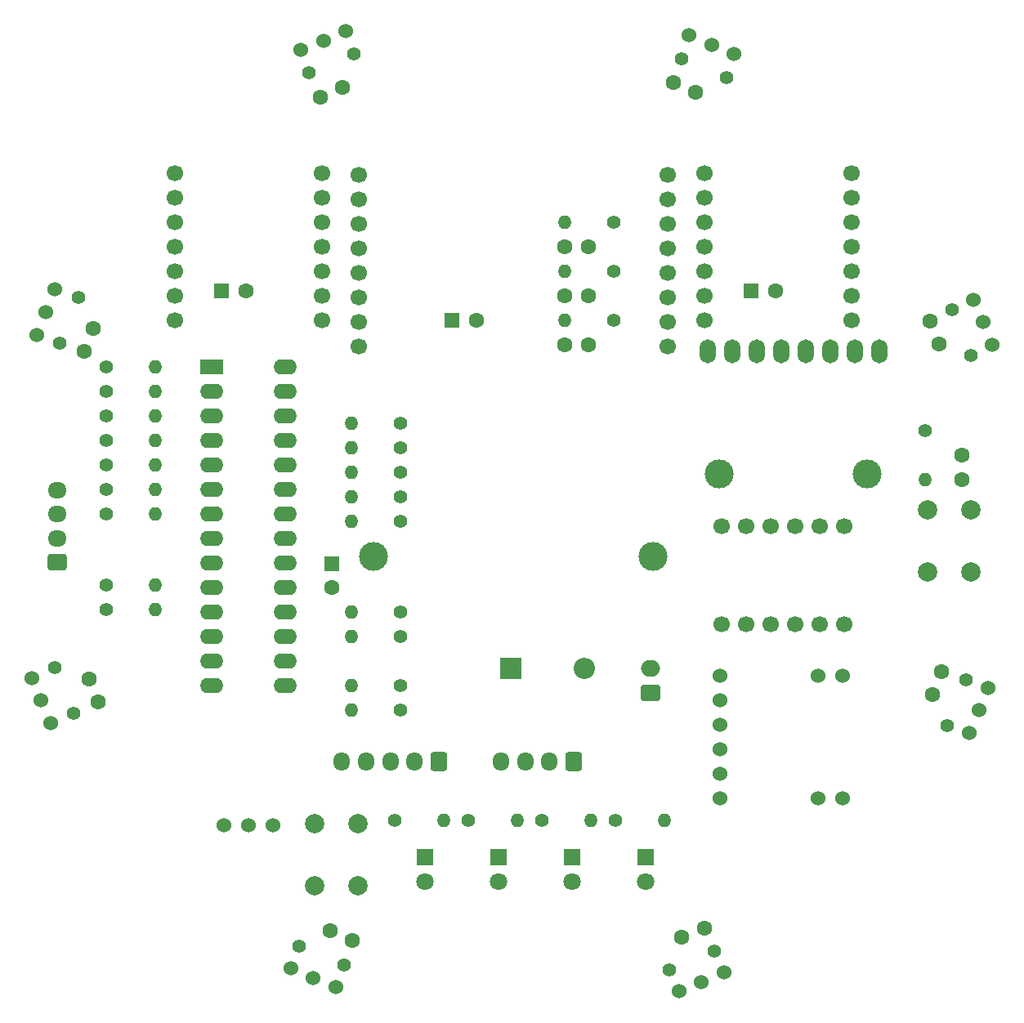
<source format=gbr>
G04 #@! TF.GenerationSoftware,KiCad,Pcbnew,(6.0.5)*
G04 #@! TF.CreationDate,2022-07-10T22:39:27+09:00*
G04 #@! TF.ProjectId,main board,6d61696e-2062-46f6-9172-642e6b696361,rev?*
G04 #@! TF.SameCoordinates,Original*
G04 #@! TF.FileFunction,Soldermask,Bot*
G04 #@! TF.FilePolarity,Negative*
%FSLAX46Y46*%
G04 Gerber Fmt 4.6, Leading zero omitted, Abs format (unit mm)*
G04 Created by KiCad (PCBNEW (6.0.5)) date 2022-07-10 22:39:27*
%MOMM*%
%LPD*%
G01*
G04 APERTURE LIST*
G04 Aperture macros list*
%AMRoundRect*
0 Rectangle with rounded corners*
0 $1 Rounding radius*
0 $2 $3 $4 $5 $6 $7 $8 $9 X,Y pos of 4 corners*
0 Add a 4 corners polygon primitive as box body*
4,1,4,$2,$3,$4,$5,$6,$7,$8,$9,$2,$3,0*
0 Add four circle primitives for the rounded corners*
1,1,$1+$1,$2,$3*
1,1,$1+$1,$4,$5*
1,1,$1+$1,$6,$7*
1,1,$1+$1,$8,$9*
0 Add four rect primitives between the rounded corners*
20,1,$1+$1,$2,$3,$4,$5,0*
20,1,$1+$1,$4,$5,$6,$7,0*
20,1,$1+$1,$6,$7,$8,$9,0*
20,1,$1+$1,$8,$9,$2,$3,0*%
%AMHorizOval*
0 Thick line with rounded ends*
0 $1 width*
0 $2 $3 position (X,Y) of the first rounded end (center of the circle)*
0 $4 $5 position (X,Y) of the second rounded end (center of the circle)*
0 Add line between two ends*
20,1,$1,$2,$3,$4,$5,0*
0 Add two circle primitives to create the rounded ends*
1,1,$1,$2,$3*
1,1,$1,$4,$5*%
G04 Aperture macros list end*
%ADD10C,1.400000*%
%ADD11O,1.400000X1.400000*%
%ADD12C,1.600000*%
%ADD13HorizOval,1.400000X0.000000X0.000000X0.000000X0.000000X0*%
%ADD14C,2.000000*%
%ADD15HorizOval,1.400000X0.000000X0.000000X0.000000X0.000000X0*%
%ADD16R,1.800000X1.800000*%
%ADD17C,1.800000*%
%ADD18R,2.400000X1.600000*%
%ADD19O,2.400000X1.600000*%
%ADD20O,2.200000X2.200000*%
%ADD21R,2.200000X2.200000*%
%ADD22R,1.600000X1.600000*%
%ADD23C,1.524000*%
%ADD24C,1.700000*%
%ADD25HorizOval,1.400000X0.000000X0.000000X0.000000X0.000000X0*%
%ADD26HorizOval,1.400000X0.000000X0.000000X0.000000X0.000000X0*%
%ADD27C,3.000000*%
%ADD28O,1.700000X2.500000*%
%ADD29RoundRect,0.250000X0.600000X0.725000X-0.600000X0.725000X-0.600000X-0.725000X0.600000X-0.725000X0*%
%ADD30O,1.700000X1.950000*%
%ADD31RoundRect,0.250000X0.750000X-0.600000X0.750000X0.600000X-0.750000X0.600000X-0.750000X-0.600000X0*%
%ADD32O,2.000000X1.700000*%
%ADD33RoundRect,0.250000X0.725000X-0.600000X0.725000X0.600000X-0.725000X0.600000X-0.725000X-0.600000X0*%
%ADD34O,1.950000X1.700000*%
G04 APERTURE END LIST*
D10*
X143764000Y-108966000D03*
D11*
X143764000Y-114046000D03*
D12*
X106446000Y-89916000D03*
X108946000Y-89916000D03*
D10*
X78933346Y-162349984D03*
D13*
X83626654Y-164294016D03*
D14*
X144054000Y-123646000D03*
X144054000Y-117146000D03*
X148554000Y-123646000D03*
X148554000Y-117146000D03*
D10*
X121980654Y-162857984D03*
D15*
X117287346Y-164802016D03*
D12*
X82157151Y-160811646D03*
X84466850Y-161768355D03*
D10*
X111526000Y-97536000D03*
D11*
X106446000Y-97536000D03*
D10*
X111526000Y-87376000D03*
D11*
X106446000Y-87376000D03*
D16*
X99568000Y-153157000D03*
D17*
X99568000Y-155697000D03*
D11*
X84328000Y-115824000D03*
D10*
X89408000Y-115824000D03*
D16*
X114808000Y-153157000D03*
D17*
X114808000Y-155697000D03*
D18*
X69860000Y-102347000D03*
D19*
X69860000Y-104887000D03*
X69860000Y-107427000D03*
X69860000Y-109967000D03*
X69860000Y-112507000D03*
X69860000Y-115047000D03*
X69860000Y-117587000D03*
X69860000Y-120127000D03*
X69860000Y-122667000D03*
X69860000Y-125207000D03*
X69860000Y-127747000D03*
X69860000Y-130287000D03*
X69860000Y-132827000D03*
X69860000Y-135367000D03*
X77480000Y-135367000D03*
X77480000Y-132827000D03*
X77480000Y-130287000D03*
X77480000Y-127747000D03*
X77480000Y-125207000D03*
X77480000Y-122667000D03*
X77480000Y-120127000D03*
X77480000Y-117587000D03*
X77480000Y-115047000D03*
X77480000Y-112507000D03*
X77480000Y-109967000D03*
X77480000Y-107427000D03*
X77480000Y-104887000D03*
X77480000Y-102347000D03*
D10*
X118557346Y-70401984D03*
D13*
X123250654Y-72346016D03*
D10*
X58928000Y-109982000D03*
D11*
X64008000Y-109982000D03*
D12*
X57179646Y-134735151D03*
X58136355Y-137044850D03*
D10*
X111526000Y-92456000D03*
D11*
X106446000Y-92456000D03*
D20*
X108458000Y-133604000D03*
D21*
X100838000Y-133604000D03*
D22*
X70930888Y-94488000D03*
D12*
X73430888Y-94488000D03*
D10*
X84642654Y-69893984D03*
D15*
X79949346Y-71838016D03*
D12*
X147574000Y-111506000D03*
X147574000Y-114006000D03*
D10*
X89408000Y-127762000D03*
D11*
X84328000Y-127762000D03*
D12*
X144301646Y-97651151D03*
X145258355Y-99960850D03*
D10*
X89408000Y-130302000D03*
D11*
X84328000Y-130302000D03*
D23*
X122523000Y-147066000D03*
X122523000Y-144526000D03*
X122523000Y-141986000D03*
X122523000Y-139446000D03*
X122523000Y-136906000D03*
X122523000Y-134366000D03*
X132683000Y-147066000D03*
X135223000Y-147066000D03*
X132683000Y-134366000D03*
X135223000Y-134366000D03*
D12*
X120904000Y-160528000D03*
X118594301Y-161484709D03*
D10*
X58928000Y-102362000D03*
D11*
X64008000Y-102362000D03*
D10*
X111718340Y-149347000D03*
D11*
X116798340Y-149347000D03*
D10*
X89408000Y-113284000D03*
D11*
X84328000Y-113284000D03*
D12*
X57628354Y-98413151D03*
X56671645Y-100722850D03*
D10*
X88858340Y-149347000D03*
D11*
X93938340Y-149347000D03*
D12*
X106446000Y-100076000D03*
X108946000Y-100076000D03*
D22*
X125794888Y-94488000D03*
D12*
X128294888Y-94488000D03*
D24*
X81280000Y-97536000D03*
X81280000Y-94996000D03*
X81280000Y-92456000D03*
X81280000Y-89916000D03*
X81280000Y-87376000D03*
X81280000Y-84836000D03*
X81280000Y-82296000D03*
X66040000Y-82296000D03*
X66040000Y-84836000D03*
X66040000Y-87376000D03*
X66040000Y-89916000D03*
X66040000Y-92456000D03*
X66040000Y-94996000D03*
X66040000Y-97536000D03*
D23*
X71120000Y-149828000D03*
X73660000Y-149828000D03*
X76200000Y-149828000D03*
D10*
X89408000Y-110744000D03*
D11*
X84328000Y-110744000D03*
D12*
X117717151Y-72927646D03*
X120026850Y-73884355D03*
D16*
X91948000Y-153157000D03*
D17*
X91948000Y-155697000D03*
D10*
X53637984Y-133543346D03*
D25*
X55582016Y-138236654D03*
D10*
X58928000Y-127508000D03*
D11*
X64008000Y-127508000D03*
D10*
X104098340Y-149347000D03*
D11*
X109178340Y-149347000D03*
D10*
X89408000Y-108204000D03*
D11*
X84328000Y-108204000D03*
D22*
X82296000Y-122746888D03*
D12*
X82296000Y-125246888D03*
D10*
X89408000Y-135382000D03*
D11*
X84328000Y-135382000D03*
D12*
X145492127Y-133964978D03*
X144575874Y-136291022D03*
D10*
X58928000Y-104902000D03*
D11*
X64008000Y-104902000D03*
D14*
X80554000Y-156158000D03*
X80554000Y-149658000D03*
X85054000Y-156158000D03*
X85054000Y-149658000D03*
D10*
X96478340Y-149347000D03*
D11*
X101558340Y-149347000D03*
D12*
X83450850Y-73435646D03*
X81141151Y-74392355D03*
D10*
X148038016Y-134813346D03*
D26*
X146093984Y-139506654D03*
D10*
X58928000Y-112522000D03*
D11*
X64008000Y-112522000D03*
D10*
X58928000Y-115062000D03*
D11*
X64008000Y-115062000D03*
D10*
X89408000Y-118364000D03*
D11*
X84328000Y-118364000D03*
D10*
X146601984Y-96459346D03*
D25*
X148546016Y-101152654D03*
D10*
X56090016Y-95189346D03*
D26*
X54145984Y-99882654D03*
D16*
X107188000Y-153157000D03*
D17*
X107188000Y-155697000D03*
D27*
X115570000Y-121977000D03*
X86614000Y-121977000D03*
D24*
X85092000Y-82480000D03*
X85092000Y-85020000D03*
X85092000Y-87560000D03*
X85092000Y-90100000D03*
X85092000Y-92640000D03*
X85092000Y-95180000D03*
X85092000Y-97720000D03*
X85092000Y-100260000D03*
X117092000Y-100260000D03*
X117092000Y-97720000D03*
X117092000Y-95180000D03*
X117092000Y-92640000D03*
X117092000Y-90100000D03*
X117092000Y-87560000D03*
X117092000Y-85020000D03*
X117092000Y-82480000D03*
D10*
X58928000Y-117602000D03*
D11*
X64008000Y-117602000D03*
D10*
X58928000Y-124968000D03*
D11*
X64008000Y-124968000D03*
D22*
X94806888Y-97536000D03*
D12*
X97306888Y-97536000D03*
D24*
X122682000Y-118872000D03*
X125222000Y-118872000D03*
X127762000Y-118872000D03*
X130302000Y-118872000D03*
X132842000Y-118872000D03*
X135382000Y-118872000D03*
X135382000Y-129032000D03*
X132842000Y-129032000D03*
X130302000Y-129032000D03*
X127762000Y-129032000D03*
X125222000Y-129032000D03*
X122682000Y-129032000D03*
D10*
X58928000Y-107442000D03*
D11*
X64008000Y-107442000D03*
D27*
X137803000Y-113451000D03*
X122483000Y-113451000D03*
D28*
X121253000Y-100711000D03*
X123793000Y-100711000D03*
X126333000Y-100711000D03*
X128873000Y-100711000D03*
X131413000Y-100711000D03*
X133953000Y-100711000D03*
X136493000Y-100711000D03*
X139033000Y-100711000D03*
D10*
X89408000Y-137922000D03*
D11*
X84328000Y-137922000D03*
D12*
X106446000Y-94996000D03*
X108946000Y-94996000D03*
D24*
X136144000Y-97536000D03*
X136144000Y-94996000D03*
X136144000Y-92456000D03*
X136144000Y-89916000D03*
X136144000Y-87376000D03*
X136144000Y-84836000D03*
X136144000Y-82296000D03*
X120904000Y-82296000D03*
X120904000Y-84836000D03*
X120904000Y-87376000D03*
X120904000Y-89916000D03*
X120904000Y-92456000D03*
X120904000Y-94996000D03*
X120904000Y-97536000D03*
D23*
X150777938Y-100075182D03*
X149805922Y-97728528D03*
X148833906Y-95381874D03*
X148405301Y-140296661D03*
X149377317Y-137950007D03*
X150349333Y-135603353D03*
X78065234Y-164687196D03*
X80411888Y-165659212D03*
X82758542Y-166631228D03*
X53674699Y-94347129D03*
X52702683Y-96693783D03*
X51730667Y-99040437D03*
D29*
X93392000Y-143239000D03*
D30*
X90892000Y-143239000D03*
X88392000Y-143239000D03*
X85892000Y-143239000D03*
X83392000Y-143239000D03*
D23*
X118286713Y-167059834D03*
X120633367Y-166087818D03*
X122980021Y-165115802D03*
X124014766Y-69956594D03*
X121668112Y-68984578D03*
X119321458Y-68012562D03*
X83793287Y-67583956D03*
X81446633Y-68555972D03*
X79099979Y-69527988D03*
D29*
X107382000Y-143239000D03*
D30*
X104882000Y-143239000D03*
X102382000Y-143239000D03*
X99882000Y-143239000D03*
D31*
X115316000Y-136144000D03*
D32*
X115316000Y-133644000D03*
D23*
X51248980Y-134590595D03*
X52220996Y-136937249D03*
X53193012Y-139283903D03*
D33*
X53865000Y-122622000D03*
D34*
X53865000Y-120122000D03*
X53865000Y-117622000D03*
X53865000Y-115122000D03*
M02*

</source>
